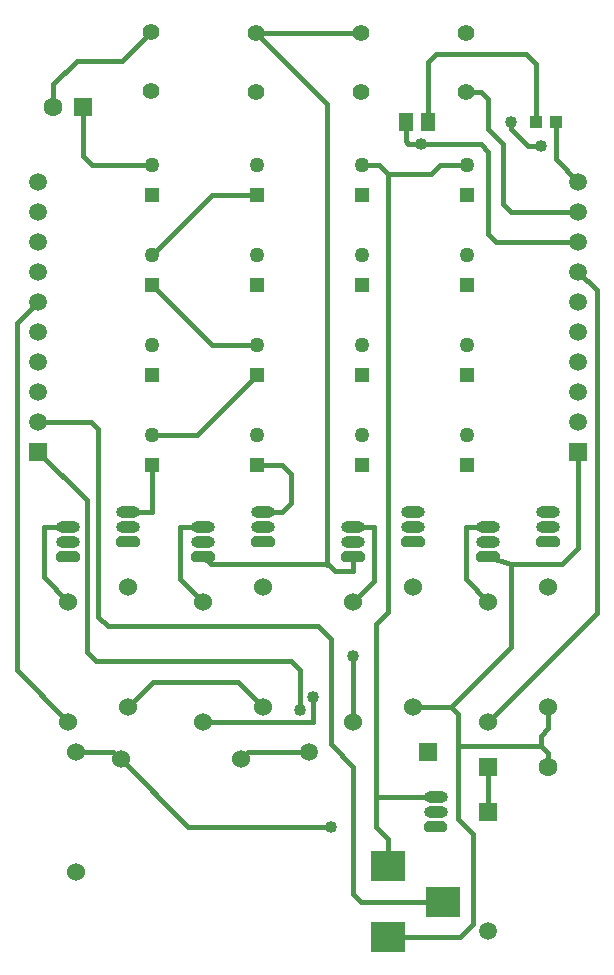
<source format=gbr>
G04 DipTrace 2.3.0.3*
%INBottom.gbr*%
%MOIN*%
%ADD13C,0.015*%
%ADD17C,0.063*%
%ADD18R,0.063X0.063*%
%ADD19C,0.05*%
%ADD20R,0.05X0.05*%
%ADD21R,0.0591X0.0591*%
%ADD22C,0.0591*%
%ADD23R,0.0512X0.0591*%
%ADD24R,0.1181X0.0984*%
%ADD25O,0.0787X0.0394*%
%ADD26C,0.06*%
%ADD27C,0.06*%
%ADD28R,0.0433X0.0394*%
%ADD30C,0.0559*%
%ADD31C,0.04*%
%FSLAX44Y44*%
G04*
G70*
G90*
G75*
G01*
%LNBottom*%
%LPD*%
X5937Y11937D2*
D13*
X4228Y13646D1*
Y25228D1*
X4937Y25937D1*
X15437Y14137D2*
Y11937D1*
X16587Y4756D2*
X19006D1*
X19437Y5187D1*
Y8187D1*
X18937Y8687D1*
Y11112D1*
Y12187D1*
X18687Y12437D1*
X17437D1*
X18687D2*
X20687Y14437D1*
Y17187D1*
X22387D1*
X22937Y17737D1*
Y20937D1*
X8687Y34937D2*
X7723Y33973D1*
X6223D1*
X5437Y33187D1*
Y32437D1*
X21937Y10437D2*
Y10887D1*
X21687Y11137D1*
Y11462D1*
X21937Y11712D1*
Y12437D1*
X10437Y17437D2*
X10687Y17187D1*
X14592D1*
X14817Y16962D1*
X15437D1*
Y17437D1*
X15687Y34906D2*
X12187D1*
X18937Y11112D2*
X18962Y11137D1*
X21687D1*
X19937Y17437D2*
X20687Y17187D1*
X12187Y34906D2*
X14567Y32526D1*
Y17162D1*
X14592Y17187D1*
X7937Y12437D2*
X8762Y13262D1*
X11612D1*
X12437Y12437D1*
X5937Y18437D2*
X5120D1*
Y16754D1*
X5937Y15937D1*
X8747Y27502D2*
X10747Y29502D1*
X12247D1*
Y24502D2*
X10747D1*
X8747Y26502D1*
Y21502D2*
X10247D1*
X12247Y23502D1*
X8747Y20502D2*
Y18937D1*
X7937D1*
X10437Y18437D2*
X9674D1*
Y16700D1*
X10437Y15937D1*
X12247Y20502D2*
X13051D1*
X13351Y20202D1*
Y19237D1*
X13051Y18937D1*
X12437D1*
X15437Y18437D2*
X16136D1*
Y16636D1*
X15437Y15937D1*
X19937Y18437D2*
X19195D1*
Y16679D1*
X19937Y15937D1*
X8747Y30502D2*
X6737D1*
X6437Y30802D1*
Y32437D1*
X16587Y7118D2*
X16611D1*
Y8013D1*
X16187Y8437D1*
Y9437D1*
Y15187D1*
X16587Y15587D1*
Y30202D1*
X18022D1*
X18322Y30502D1*
X19247D1*
X15747D2*
X16287D1*
X16587Y30202D1*
X16187Y9437D2*
X18187D1*
X4937Y21937D2*
X6687D1*
X6937Y21687D1*
Y15437D1*
X7262Y15112D1*
X14262D1*
X14687Y14687D1*
Y11187D1*
X15437Y10437D1*
Y6187D1*
X15687Y5937D1*
X18437D1*
X22937Y28937D2*
X20687D1*
X20437Y29187D1*
Y31187D1*
X19937Y31687D1*
Y32687D1*
X19689Y32935D1*
X19187D1*
X22187Y31937D2*
Y30687D1*
X22937Y29937D1*
X17187Y31937D2*
Y31277D1*
X17277Y31187D1*
X17687D1*
X19687D1*
X19937Y30937D1*
Y28187D1*
X20187Y27937D1*
X22937D1*
X17687Y31187D2*
D3*
X21518Y31937D2*
Y33856D1*
X21187Y34187D1*
X18187D1*
X17935Y33935D1*
Y31937D1*
X17937Y33187D2*
Y31939D1*
X17935Y31937D1*
X21690Y31117D2*
X21257D1*
X20687Y31687D1*
Y31937D1*
X6187Y10937D2*
X7437D1*
X7687Y10687D1*
X18187Y8437D2*
D3*
X7687Y10687D2*
X9937Y8437D1*
X14687D1*
X13961Y10937D2*
X11937D1*
X11687Y10687D1*
X13662Y12337D2*
Y13646D1*
X13362Y13946D1*
X6856D1*
X6556Y14246D1*
Y19318D1*
X4937Y20937D1*
X19937Y10437D2*
Y8937D1*
Y11937D2*
X23565Y15565D1*
Y26309D1*
X22937Y26937D1*
X14087Y12762D2*
Y11912D1*
X10987D1*
X10962Y11937D1*
X10437D1*
D31*
X17687Y31187D3*
X21690Y31117D3*
X20687Y31937D3*
X14687Y8437D3*
X15437Y14137D3*
X14087Y12762D3*
X13662Y12337D3*
D17*
X21937Y10437D3*
D18*
X19937D3*
X6437Y32437D3*
D17*
X5437D3*
D19*
X12247Y30502D3*
D20*
Y29502D3*
D19*
X8747Y27502D3*
D20*
Y26502D3*
D19*
X12247Y24502D3*
D20*
Y23502D3*
D19*
X8747Y21502D3*
D20*
Y20502D3*
D19*
Y30502D3*
D20*
Y29502D3*
D19*
X12247Y27502D3*
D20*
Y26502D3*
D19*
X8747Y24502D3*
D20*
Y23502D3*
D19*
X12247Y21502D3*
D20*
Y20502D3*
D19*
X19247Y30502D3*
D20*
Y29502D3*
D19*
X15747Y27502D3*
D20*
Y26502D3*
D19*
X19247Y24502D3*
D20*
Y23502D3*
D19*
X15747Y21502D3*
D20*
Y20502D3*
D19*
Y30502D3*
D20*
Y29502D3*
D19*
X19247Y27502D3*
D20*
Y26502D3*
D19*
X15747Y24502D3*
D20*
Y23502D3*
D19*
X19247Y21502D3*
D20*
Y20502D3*
D21*
X19937Y8937D3*
D22*
Y4961D3*
D23*
X17187Y31937D3*
X17935D3*
D21*
X17937Y10937D3*
D22*
X13961D3*
D21*
X22937Y20937D3*
D22*
Y21937D3*
Y22937D3*
Y23937D3*
Y24937D3*
Y25937D3*
Y26937D3*
Y27937D3*
Y28937D3*
Y29937D3*
D21*
X4937Y20937D3*
D22*
Y21937D3*
Y22937D3*
Y23937D3*
Y24937D3*
Y25937D3*
Y26937D3*
Y27937D3*
Y28937D3*
Y29937D3*
D24*
X18437Y5937D3*
X16587Y7118D3*
Y4756D3*
G36*
X6232Y17240D2*
X6331Y17339D1*
Y17535D1*
X6232Y17634D1*
X5642D1*
X5543Y17535D1*
Y17339D1*
X5642Y17240D1*
X6232D1*
G37*
D25*
X5937Y17937D3*
Y18437D3*
G36*
X8232Y17740D2*
X8331Y17839D1*
Y18035D1*
X8232Y18134D1*
X7642D1*
X7543Y18035D1*
Y17839D1*
X7642Y17740D1*
X8232D1*
G37*
D25*
X7937Y18437D3*
Y18937D3*
G36*
X10732Y17240D2*
X10831Y17339D1*
Y17535D1*
X10732Y17634D1*
X10142D1*
X10043Y17535D1*
Y17339D1*
X10142Y17240D1*
X10732D1*
G37*
D25*
X10437Y17937D3*
Y18437D3*
G36*
X12732Y17740D2*
X12831Y17839D1*
Y18035D1*
X12732Y18134D1*
X12142D1*
X12043Y18035D1*
Y17839D1*
X12142Y17740D1*
X12732D1*
G37*
D25*
X12437Y18437D3*
Y18937D3*
G36*
X15732Y17240D2*
X15831Y17339D1*
Y17535D1*
X15732Y17634D1*
X15142D1*
X15043Y17535D1*
Y17339D1*
X15142Y17240D1*
X15732D1*
G37*
D25*
X15437Y17937D3*
Y18437D3*
G36*
X17732Y17740D2*
X17831Y17839D1*
Y18035D1*
X17732Y18134D1*
X17142D1*
X17043Y18035D1*
Y17839D1*
X17142Y17740D1*
X17732D1*
G37*
D25*
X17437Y18437D3*
Y18937D3*
G36*
X20232Y17240D2*
X20331Y17339D1*
Y17535D1*
X20232Y17634D1*
X19642D1*
X19543Y17535D1*
Y17339D1*
X19642Y17240D1*
X20232D1*
G37*
D25*
X19937Y17937D3*
Y18437D3*
G36*
X22232Y17740D2*
X22331Y17839D1*
Y18035D1*
X22232Y18134D1*
X21642D1*
X21543Y18035D1*
Y17839D1*
X21642Y17740D1*
X22232D1*
G37*
D25*
X21937Y18437D3*
Y18937D3*
D26*
X5937Y11937D3*
D27*
Y15937D3*
D26*
X7937Y16437D3*
D27*
Y12437D3*
D26*
X10437Y11937D3*
D27*
Y15937D3*
D26*
X12437Y16437D3*
D27*
Y12437D3*
D26*
X15437Y11937D3*
D27*
Y15937D3*
D26*
X17437Y16437D3*
D27*
Y12437D3*
D26*
X19937Y11937D3*
D27*
Y15937D3*
D26*
X21937Y16437D3*
D27*
Y12437D3*
D28*
X22187Y31937D3*
X21518D3*
D26*
X6187Y10937D3*
D27*
Y6937D3*
D26*
X7687Y10687D3*
D27*
X11687D3*
D30*
X15687Y32937D3*
Y34906D3*
X12187Y32937D3*
Y34906D3*
X8687Y34937D3*
Y32969D3*
X19187Y34904D3*
Y32935D3*
G36*
X18482Y8240D2*
X18581Y8339D1*
Y8535D1*
X18482Y8634D1*
X17892D1*
X17793Y8535D1*
Y8339D1*
X17892Y8240D1*
X18482D1*
G37*
D25*
X18187Y8937D3*
Y9437D3*
M02*

</source>
